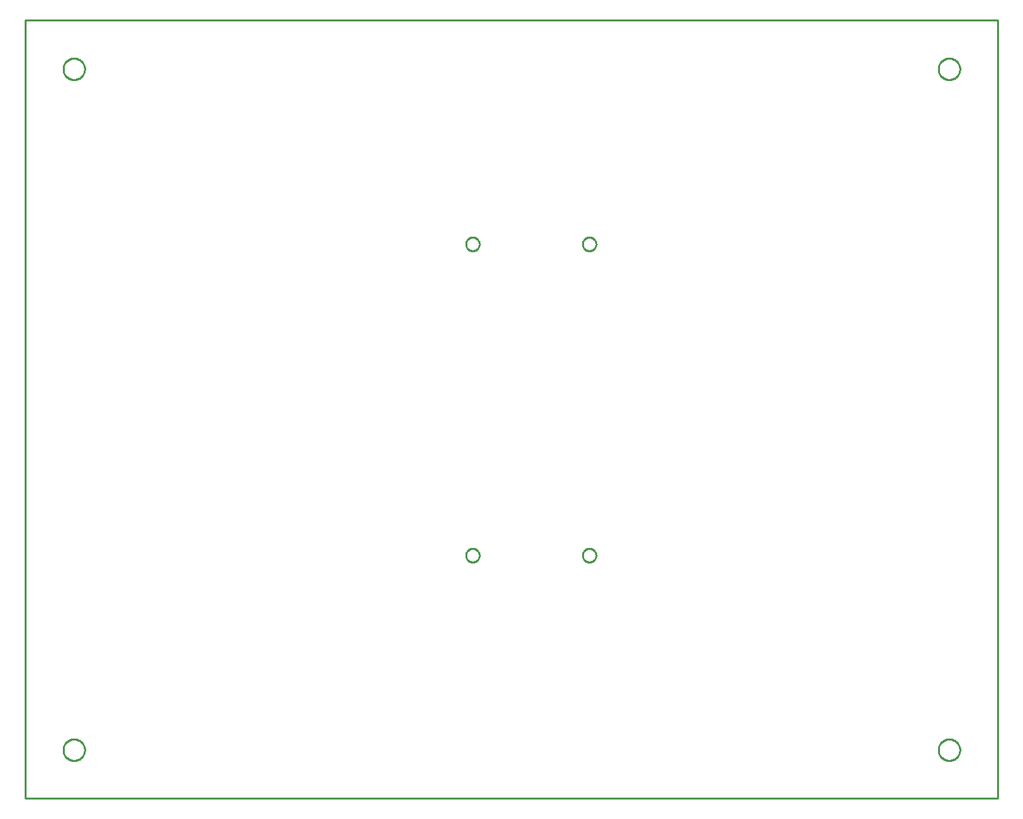
<source format=gbr>
G04 EAGLE Gerber RS-274X export*
G75*
%MOMM*%
%FSLAX34Y34*%
%LPD*%
%IN*%
%IPPOS*%
%AMOC8*
5,1,8,0,0,1.08239X$1,22.5*%
G01*
%ADD10C,0.254000*%


D10*
X0Y0D02*
X1269800Y0D01*
X1269800Y1016000D01*
X0Y1016000D01*
X0Y0D01*
X583812Y715010D02*
X583039Y715078D01*
X582274Y715212D01*
X581524Y715413D01*
X580795Y715679D01*
X580091Y716007D01*
X579419Y716395D01*
X578783Y716840D01*
X578188Y717339D01*
X577639Y717888D01*
X577140Y718483D01*
X576695Y719119D01*
X576307Y719791D01*
X575979Y720495D01*
X575713Y721224D01*
X575512Y721974D01*
X575378Y722739D01*
X575310Y723512D01*
X575310Y724288D01*
X575378Y725061D01*
X575512Y725826D01*
X575713Y726576D01*
X575979Y727305D01*
X576307Y728009D01*
X576695Y728681D01*
X577140Y729317D01*
X577639Y729912D01*
X578188Y730461D01*
X578783Y730960D01*
X579419Y731405D01*
X580091Y731793D01*
X580795Y732121D01*
X581524Y732387D01*
X582274Y732588D01*
X583039Y732722D01*
X583812Y732790D01*
X584588Y732790D01*
X585361Y732722D01*
X586126Y732588D01*
X586876Y732387D01*
X587605Y732121D01*
X588309Y731793D01*
X588981Y731405D01*
X589617Y730960D01*
X590212Y730461D01*
X590761Y729912D01*
X591260Y729317D01*
X591705Y728681D01*
X592093Y728009D01*
X592421Y727305D01*
X592687Y726576D01*
X592888Y725826D01*
X593022Y725061D01*
X593090Y724288D01*
X593090Y723512D01*
X593022Y722739D01*
X592888Y721974D01*
X592687Y721224D01*
X592421Y720495D01*
X592093Y719791D01*
X591705Y719119D01*
X591260Y718483D01*
X590761Y717888D01*
X590212Y717339D01*
X589617Y716840D01*
X588981Y716395D01*
X588309Y716007D01*
X587605Y715679D01*
X586876Y715413D01*
X586126Y715212D01*
X585361Y715078D01*
X584588Y715010D01*
X583812Y715010D01*
X736212Y715010D02*
X735439Y715078D01*
X734674Y715212D01*
X733924Y715413D01*
X733195Y715679D01*
X732491Y716007D01*
X731819Y716395D01*
X731183Y716840D01*
X730588Y717339D01*
X730039Y717888D01*
X729540Y718483D01*
X729095Y719119D01*
X728707Y719791D01*
X728379Y720495D01*
X728113Y721224D01*
X727912Y721974D01*
X727778Y722739D01*
X727710Y723512D01*
X727710Y724288D01*
X727778Y725061D01*
X727912Y725826D01*
X728113Y726576D01*
X728379Y727305D01*
X728707Y728009D01*
X729095Y728681D01*
X729540Y729317D01*
X730039Y729912D01*
X730588Y730461D01*
X731183Y730960D01*
X731819Y731405D01*
X732491Y731793D01*
X733195Y732121D01*
X733924Y732387D01*
X734674Y732588D01*
X735439Y732722D01*
X736212Y732790D01*
X736988Y732790D01*
X737761Y732722D01*
X738526Y732588D01*
X739276Y732387D01*
X740005Y732121D01*
X740709Y731793D01*
X741381Y731405D01*
X742017Y730960D01*
X742612Y730461D01*
X743161Y729912D01*
X743660Y729317D01*
X744105Y728681D01*
X744493Y728009D01*
X744821Y727305D01*
X745087Y726576D01*
X745288Y725826D01*
X745422Y725061D01*
X745490Y724288D01*
X745490Y723512D01*
X745422Y722739D01*
X745288Y721974D01*
X745087Y721224D01*
X744821Y720495D01*
X744493Y719791D01*
X744105Y719119D01*
X743660Y718483D01*
X743161Y717888D01*
X742612Y717339D01*
X742017Y716840D01*
X741381Y716395D01*
X740709Y716007D01*
X740005Y715679D01*
X739276Y715413D01*
X738526Y715212D01*
X737761Y715078D01*
X736988Y715010D01*
X736212Y715010D01*
X736212Y308610D02*
X735439Y308678D01*
X734674Y308812D01*
X733924Y309013D01*
X733195Y309279D01*
X732491Y309607D01*
X731819Y309995D01*
X731183Y310440D01*
X730588Y310939D01*
X730039Y311488D01*
X729540Y312083D01*
X729095Y312719D01*
X728707Y313391D01*
X728379Y314095D01*
X728113Y314824D01*
X727912Y315574D01*
X727778Y316339D01*
X727710Y317112D01*
X727710Y317888D01*
X727778Y318661D01*
X727912Y319426D01*
X728113Y320176D01*
X728379Y320905D01*
X728707Y321609D01*
X729095Y322281D01*
X729540Y322917D01*
X730039Y323512D01*
X730588Y324061D01*
X731183Y324560D01*
X731819Y325005D01*
X732491Y325393D01*
X733195Y325721D01*
X733924Y325987D01*
X734674Y326188D01*
X735439Y326322D01*
X736212Y326390D01*
X736988Y326390D01*
X737761Y326322D01*
X738526Y326188D01*
X739276Y325987D01*
X740005Y325721D01*
X740709Y325393D01*
X741381Y325005D01*
X742017Y324560D01*
X742612Y324061D01*
X743161Y323512D01*
X743660Y322917D01*
X744105Y322281D01*
X744493Y321609D01*
X744821Y320905D01*
X745087Y320176D01*
X745288Y319426D01*
X745422Y318661D01*
X745490Y317888D01*
X745490Y317112D01*
X745422Y316339D01*
X745288Y315574D01*
X745087Y314824D01*
X744821Y314095D01*
X744493Y313391D01*
X744105Y312719D01*
X743660Y312083D01*
X743161Y311488D01*
X742612Y310939D01*
X742017Y310440D01*
X741381Y309995D01*
X740709Y309607D01*
X740005Y309279D01*
X739276Y309013D01*
X738526Y308812D01*
X737761Y308678D01*
X736988Y308610D01*
X736212Y308610D01*
X583812Y308610D02*
X583039Y308678D01*
X582274Y308812D01*
X581524Y309013D01*
X580795Y309279D01*
X580091Y309607D01*
X579419Y309995D01*
X578783Y310440D01*
X578188Y310939D01*
X577639Y311488D01*
X577140Y312083D01*
X576695Y312719D01*
X576307Y313391D01*
X575979Y314095D01*
X575713Y314824D01*
X575512Y315574D01*
X575378Y316339D01*
X575310Y317112D01*
X575310Y317888D01*
X575378Y318661D01*
X575512Y319426D01*
X575713Y320176D01*
X575979Y320905D01*
X576307Y321609D01*
X576695Y322281D01*
X577140Y322917D01*
X577639Y323512D01*
X578188Y324061D01*
X578783Y324560D01*
X579419Y325005D01*
X580091Y325393D01*
X580795Y325721D01*
X581524Y325987D01*
X582274Y326188D01*
X583039Y326322D01*
X583812Y326390D01*
X584588Y326390D01*
X585361Y326322D01*
X586126Y326188D01*
X586876Y325987D01*
X587605Y325721D01*
X588309Y325393D01*
X588981Y325005D01*
X589617Y324560D01*
X590212Y324061D01*
X590761Y323512D01*
X591260Y322917D01*
X591705Y322281D01*
X592093Y321609D01*
X592421Y320905D01*
X592687Y320176D01*
X592888Y319426D01*
X593022Y318661D01*
X593090Y317888D01*
X593090Y317112D01*
X593022Y316339D01*
X592888Y315574D01*
X592687Y314824D01*
X592421Y314095D01*
X592093Y313391D01*
X591705Y312719D01*
X591260Y312083D01*
X590761Y311488D01*
X590212Y310939D01*
X589617Y310440D01*
X588981Y309995D01*
X588309Y309607D01*
X587605Y309279D01*
X586876Y309013D01*
X586126Y308812D01*
X585361Y308678D01*
X584588Y308610D01*
X583812Y308610D01*
X77500Y952000D02*
X77429Y951003D01*
X77286Y950013D01*
X77074Y949036D01*
X76792Y948076D01*
X76443Y947139D01*
X76027Y946229D01*
X75548Y945352D01*
X75007Y944510D01*
X74408Y943710D01*
X73753Y942954D01*
X73046Y942247D01*
X72290Y941592D01*
X71490Y940993D01*
X70648Y940452D01*
X69771Y939973D01*
X68861Y939557D01*
X67924Y939208D01*
X66965Y938926D01*
X65987Y938714D01*
X64998Y938571D01*
X64000Y938500D01*
X63000Y938500D01*
X62003Y938571D01*
X61013Y938714D01*
X60036Y938926D01*
X59076Y939208D01*
X58139Y939557D01*
X57229Y939973D01*
X56352Y940452D01*
X55510Y940993D01*
X54710Y941592D01*
X53954Y942247D01*
X53247Y942954D01*
X52592Y943710D01*
X51993Y944510D01*
X51452Y945352D01*
X50973Y946229D01*
X50557Y947139D01*
X50208Y948076D01*
X49926Y949036D01*
X49714Y950013D01*
X49571Y951003D01*
X49500Y952000D01*
X49500Y953000D01*
X49571Y953998D01*
X49714Y954987D01*
X49926Y955965D01*
X50208Y956924D01*
X50557Y957861D01*
X50973Y958771D01*
X51452Y959648D01*
X51993Y960490D01*
X52592Y961290D01*
X53247Y962046D01*
X53954Y962753D01*
X54710Y963408D01*
X55510Y964007D01*
X56352Y964548D01*
X57229Y965027D01*
X58139Y965443D01*
X59076Y965792D01*
X60036Y966074D01*
X61013Y966286D01*
X62003Y966429D01*
X63000Y966500D01*
X64000Y966500D01*
X64998Y966429D01*
X65987Y966286D01*
X66965Y966074D01*
X67924Y965792D01*
X68861Y965443D01*
X69771Y965027D01*
X70648Y964548D01*
X71490Y964007D01*
X72290Y963408D01*
X73046Y962753D01*
X73753Y962046D01*
X74408Y961290D01*
X75007Y960490D01*
X75548Y959648D01*
X76027Y958771D01*
X76443Y957861D01*
X76792Y956924D01*
X77074Y955965D01*
X77286Y954987D01*
X77429Y953998D01*
X77500Y953000D01*
X77500Y952000D01*
X77500Y63000D02*
X77429Y62003D01*
X77286Y61013D01*
X77074Y60036D01*
X76792Y59076D01*
X76443Y58139D01*
X76027Y57229D01*
X75548Y56352D01*
X75007Y55510D01*
X74408Y54710D01*
X73753Y53954D01*
X73046Y53247D01*
X72290Y52592D01*
X71490Y51993D01*
X70648Y51452D01*
X69771Y50973D01*
X68861Y50557D01*
X67924Y50208D01*
X66965Y49926D01*
X65987Y49714D01*
X64998Y49571D01*
X64000Y49500D01*
X63000Y49500D01*
X62003Y49571D01*
X61013Y49714D01*
X60036Y49926D01*
X59076Y50208D01*
X58139Y50557D01*
X57229Y50973D01*
X56352Y51452D01*
X55510Y51993D01*
X54710Y52592D01*
X53954Y53247D01*
X53247Y53954D01*
X52592Y54710D01*
X51993Y55510D01*
X51452Y56352D01*
X50973Y57229D01*
X50557Y58139D01*
X50208Y59076D01*
X49926Y60036D01*
X49714Y61013D01*
X49571Y62003D01*
X49500Y63000D01*
X49500Y64000D01*
X49571Y64998D01*
X49714Y65987D01*
X49926Y66965D01*
X50208Y67924D01*
X50557Y68861D01*
X50973Y69771D01*
X51452Y70648D01*
X51993Y71490D01*
X52592Y72290D01*
X53247Y73046D01*
X53954Y73753D01*
X54710Y74408D01*
X55510Y75007D01*
X56352Y75548D01*
X57229Y76027D01*
X58139Y76443D01*
X59076Y76792D01*
X60036Y77074D01*
X61013Y77286D01*
X62003Y77429D01*
X63000Y77500D01*
X64000Y77500D01*
X64998Y77429D01*
X65987Y77286D01*
X66965Y77074D01*
X67924Y76792D01*
X68861Y76443D01*
X69771Y76027D01*
X70648Y75548D01*
X71490Y75007D01*
X72290Y74408D01*
X73046Y73753D01*
X73753Y73046D01*
X74408Y72290D01*
X75007Y71490D01*
X75548Y70648D01*
X76027Y69771D01*
X76443Y68861D01*
X76792Y67924D01*
X77074Y66965D01*
X77286Y65987D01*
X77429Y64998D01*
X77500Y64000D01*
X77500Y63000D01*
X1220500Y952000D02*
X1220429Y951003D01*
X1220286Y950013D01*
X1220074Y949036D01*
X1219792Y948076D01*
X1219443Y947139D01*
X1219027Y946229D01*
X1218548Y945352D01*
X1218007Y944510D01*
X1217408Y943710D01*
X1216753Y942954D01*
X1216046Y942247D01*
X1215290Y941592D01*
X1214490Y940993D01*
X1213648Y940452D01*
X1212771Y939973D01*
X1211861Y939557D01*
X1210924Y939208D01*
X1209965Y938926D01*
X1208987Y938714D01*
X1207998Y938571D01*
X1207000Y938500D01*
X1206000Y938500D01*
X1205003Y938571D01*
X1204013Y938714D01*
X1203036Y938926D01*
X1202076Y939208D01*
X1201139Y939557D01*
X1200229Y939973D01*
X1199352Y940452D01*
X1198510Y940993D01*
X1197710Y941592D01*
X1196954Y942247D01*
X1196247Y942954D01*
X1195592Y943710D01*
X1194993Y944510D01*
X1194452Y945352D01*
X1193973Y946229D01*
X1193557Y947139D01*
X1193208Y948076D01*
X1192926Y949036D01*
X1192714Y950013D01*
X1192571Y951003D01*
X1192500Y952000D01*
X1192500Y953000D01*
X1192571Y953998D01*
X1192714Y954987D01*
X1192926Y955965D01*
X1193208Y956924D01*
X1193557Y957861D01*
X1193973Y958771D01*
X1194452Y959648D01*
X1194993Y960490D01*
X1195592Y961290D01*
X1196247Y962046D01*
X1196954Y962753D01*
X1197710Y963408D01*
X1198510Y964007D01*
X1199352Y964548D01*
X1200229Y965027D01*
X1201139Y965443D01*
X1202076Y965792D01*
X1203036Y966074D01*
X1204013Y966286D01*
X1205003Y966429D01*
X1206000Y966500D01*
X1207000Y966500D01*
X1207998Y966429D01*
X1208987Y966286D01*
X1209965Y966074D01*
X1210924Y965792D01*
X1211861Y965443D01*
X1212771Y965027D01*
X1213648Y964548D01*
X1214490Y964007D01*
X1215290Y963408D01*
X1216046Y962753D01*
X1216753Y962046D01*
X1217408Y961290D01*
X1218007Y960490D01*
X1218548Y959648D01*
X1219027Y958771D01*
X1219443Y957861D01*
X1219792Y956924D01*
X1220074Y955965D01*
X1220286Y954987D01*
X1220429Y953998D01*
X1220500Y953000D01*
X1220500Y952000D01*
X1192500Y63000D02*
X1192571Y62003D01*
X1192714Y61013D01*
X1192926Y60036D01*
X1193208Y59076D01*
X1193557Y58139D01*
X1193973Y57229D01*
X1194452Y56352D01*
X1194993Y55510D01*
X1195592Y54710D01*
X1196247Y53954D01*
X1196954Y53247D01*
X1197710Y52592D01*
X1198510Y51993D01*
X1199352Y51452D01*
X1200229Y50973D01*
X1201139Y50557D01*
X1202076Y50208D01*
X1203036Y49926D01*
X1204013Y49714D01*
X1205003Y49571D01*
X1206000Y49500D01*
X1207000Y49500D01*
X1207998Y49571D01*
X1208987Y49714D01*
X1209965Y49926D01*
X1210924Y50208D01*
X1211861Y50557D01*
X1212771Y50973D01*
X1213648Y51452D01*
X1214490Y51993D01*
X1215290Y52592D01*
X1216046Y53247D01*
X1216753Y53954D01*
X1217408Y54710D01*
X1218007Y55510D01*
X1218548Y56352D01*
X1219027Y57229D01*
X1219443Y58139D01*
X1219792Y59076D01*
X1220074Y60036D01*
X1220286Y61013D01*
X1220429Y62003D01*
X1220500Y63000D01*
X1220500Y64000D01*
X1220429Y64998D01*
X1220286Y65987D01*
X1220074Y66965D01*
X1219792Y67924D01*
X1219443Y68861D01*
X1219027Y69771D01*
X1218548Y70648D01*
X1218007Y71490D01*
X1217408Y72290D01*
X1216753Y73046D01*
X1216046Y73753D01*
X1215290Y74408D01*
X1214490Y75007D01*
X1213648Y75548D01*
X1212771Y76027D01*
X1211861Y76443D01*
X1210924Y76792D01*
X1209965Y77074D01*
X1208987Y77286D01*
X1207998Y77429D01*
X1207000Y77500D01*
X1206000Y77500D01*
X1205003Y77429D01*
X1204013Y77286D01*
X1203036Y77074D01*
X1202076Y76792D01*
X1201139Y76443D01*
X1200229Y76027D01*
X1199352Y75548D01*
X1198510Y75007D01*
X1197710Y74408D01*
X1196954Y73753D01*
X1196247Y73046D01*
X1195592Y72290D01*
X1194993Y71490D01*
X1194452Y70648D01*
X1193973Y69771D01*
X1193557Y68861D01*
X1193208Y67924D01*
X1192926Y66965D01*
X1192714Y65987D01*
X1192571Y64998D01*
X1192500Y64000D01*
X1192500Y63000D01*
M02*

</source>
